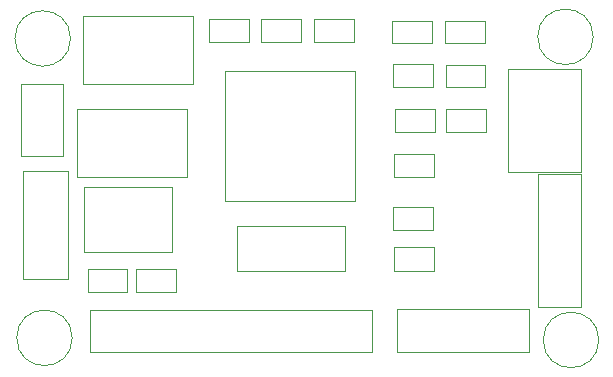
<source format=gbr>
%TF.GenerationSoftware,KiCad,Pcbnew,9.0.0*%
%TF.CreationDate,2025-06-05T18:29:18+05:30*%
%TF.ProjectId,MCU datalogger,4d435520-6461-4746-916c-6f676765722e,1*%
%TF.SameCoordinates,Original*%
%TF.FileFunction,Other,User*%
%FSLAX46Y46*%
G04 Gerber Fmt 4.6, Leading zero omitted, Abs format (unit mm)*
G04 Created by KiCad (PCBNEW 9.0.0) date 2025-06-05 18:29:18*
%MOMM*%
%LPD*%
G01*
G04 APERTURE LIST*
%ADD10C,0.050000*%
G04 APERTURE END LIST*
D10*
%TO.C,BT1*%
X63986000Y-92764200D02*
X63986000Y-98914200D01*
X63986000Y-98914200D02*
X67586000Y-98914200D01*
X67586000Y-92764200D02*
X63986000Y-92764200D01*
X67586000Y-98914200D02*
X67586000Y-92764200D01*
%TO.C,R4*%
X95658500Y-94935000D02*
X99018500Y-94935000D01*
X95658500Y-96835000D02*
X95658500Y-94935000D01*
X99018500Y-94935000D02*
X99018500Y-96835000D01*
X99018500Y-96835000D02*
X95658500Y-96835000D01*
%TO.C,R3*%
X95578500Y-98745000D02*
X98938500Y-98745000D01*
X95578500Y-100645000D02*
X95578500Y-98745000D01*
X98938500Y-98745000D02*
X98938500Y-100645000D01*
X98938500Y-100645000D02*
X95578500Y-100645000D01*
%TO.C,H2*%
X68186800Y-88925400D02*
G75*
G02*
X63486800Y-88925400I-2350000J0D01*
G01*
X63486800Y-88925400D02*
G75*
G02*
X68186800Y-88925400I2350000J0D01*
G01*
%TO.C,J1*%
X107801000Y-100435000D02*
X107801000Y-111635000D01*
X107801000Y-111635000D02*
X111401000Y-111635000D01*
X111401000Y-100435000D02*
X107801000Y-100435000D01*
X111401000Y-111635000D02*
X111401000Y-100435000D01*
%TO.C,J4*%
X105261000Y-91545000D02*
X105261000Y-100195000D01*
X105261000Y-100195000D02*
X111411000Y-100195000D01*
X111411000Y-91545000D02*
X105261000Y-91545000D01*
X111411000Y-100195000D02*
X111411000Y-91545000D01*
%TO.C,D2*%
X95426500Y-87442000D02*
X98786500Y-87442000D01*
X95426500Y-89342000D02*
X95426500Y-87442000D01*
X98786500Y-87442000D02*
X98786500Y-89342000D01*
X98786500Y-89342000D02*
X95426500Y-89342000D01*
%TO.C,C1*%
X79900000Y-87285000D02*
X83300000Y-87285000D01*
X79900000Y-89245000D02*
X79900000Y-87285000D01*
X83300000Y-87285000D02*
X83300000Y-89245000D01*
X83300000Y-89245000D02*
X79900000Y-89245000D01*
%TO.C,Y1*%
X82268000Y-104780000D02*
X82268000Y-108580000D01*
X82268000Y-108580000D02*
X91468000Y-108580000D01*
X91468000Y-104780000D02*
X82268000Y-104780000D01*
X91468000Y-108580000D02*
X91468000Y-104780000D01*
%TO.C,R5*%
X99950000Y-91170000D02*
X103310000Y-91170000D01*
X99950000Y-93070000D02*
X99950000Y-91170000D01*
X103310000Y-91170000D02*
X103310000Y-93070000D01*
X103310000Y-93070000D02*
X99950000Y-93070000D01*
%TO.C,H3*%
X112450000Y-88790000D02*
G75*
G02*
X107750000Y-88790000I-2350000J0D01*
G01*
X107750000Y-88790000D02*
G75*
G02*
X112450000Y-88790000I2350000J0D01*
G01*
%TO.C,D1*%
X99920000Y-87442000D02*
X103280000Y-87442000D01*
X99920000Y-89342000D02*
X99920000Y-87442000D01*
X103280000Y-87442000D02*
X103280000Y-89342000D01*
X103280000Y-89342000D02*
X99920000Y-89342000D01*
%TO.C,J2*%
X95847600Y-111839600D02*
X95847600Y-115439600D01*
X95847600Y-115439600D02*
X107047600Y-115439600D01*
X107047600Y-111839600D02*
X95847600Y-111839600D01*
X107047600Y-115439600D02*
X107047600Y-111839600D01*
%TO.C,C3*%
X84340000Y-87285000D02*
X87740000Y-87285000D01*
X84340000Y-89245000D02*
X84340000Y-87285000D01*
X87740000Y-87285000D02*
X87740000Y-89245000D01*
X87740000Y-89245000D02*
X84340000Y-89245000D01*
%TO.C,C5*%
X88790000Y-87285000D02*
X92190000Y-87285000D01*
X88790000Y-89245000D02*
X88790000Y-87285000D01*
X92190000Y-87285000D02*
X92190000Y-89245000D01*
X92190000Y-89245000D02*
X88790000Y-89245000D01*
%TO.C,U1*%
X68718097Y-94890000D02*
X68718097Y-100690000D01*
X68718097Y-100690000D02*
X78018097Y-100690000D01*
X78018097Y-94890000D02*
X68718097Y-94890000D01*
X78018097Y-100690000D02*
X78018097Y-94890000D01*
%TO.C,H1*%
X68339200Y-114274600D02*
G75*
G02*
X63639200Y-114274600I-2350000J0D01*
G01*
X63639200Y-114274600D02*
G75*
G02*
X68339200Y-114274600I2350000J0D01*
G01*
%TO.C,R7*%
X95498500Y-91125000D02*
X98858500Y-91125000D01*
X95498500Y-93025000D02*
X95498500Y-91125000D01*
X98858500Y-91125000D02*
X98858500Y-93025000D01*
X98858500Y-93025000D02*
X95498500Y-93025000D01*
%TO.C,Y2*%
X64140000Y-100108000D02*
X64140000Y-109308000D01*
X64140000Y-109308000D02*
X67940000Y-109308000D01*
X67940000Y-100108000D02*
X64140000Y-100108000D01*
X67940000Y-109308000D02*
X67940000Y-100108000D01*
%TO.C,U2*%
X69226097Y-87016000D02*
X69226097Y-92816000D01*
X69226097Y-92816000D02*
X78526097Y-92816000D01*
X78526097Y-87016000D02*
X69226097Y-87016000D01*
X78526097Y-92816000D02*
X78526097Y-87016000D01*
%TO.C,R2*%
X73741500Y-108460500D02*
X77101500Y-108460500D01*
X73741500Y-110360500D02*
X73741500Y-108460500D01*
X77101500Y-108460500D02*
X77101500Y-110360500D01*
X77101500Y-110360500D02*
X73741500Y-110360500D01*
%TO.C,J3*%
X69828000Y-111890400D02*
X69828000Y-115490400D01*
X69828000Y-115490400D02*
X93728000Y-115490400D01*
X93728000Y-111890400D02*
X69828000Y-111890400D01*
X93728000Y-115490400D02*
X93728000Y-111890400D01*
%TO.C,C4*%
X95582000Y-106614400D02*
X98982000Y-106614400D01*
X95582000Y-108574400D02*
X95582000Y-106614400D01*
X98982000Y-106614400D02*
X98982000Y-108574400D01*
X98982000Y-108574400D02*
X95582000Y-108574400D01*
%TO.C,U4*%
X81314000Y-91716371D02*
X81314000Y-102716371D01*
X81314000Y-102716371D02*
X92314000Y-102716371D01*
X92314000Y-91716371D02*
X81314000Y-91716371D01*
X92314000Y-102716371D02*
X92314000Y-91716371D01*
%TO.C,U3*%
X69377000Y-101517000D02*
X69377000Y-107017000D01*
X69377000Y-101517000D02*
X76797000Y-101517000D01*
X69377000Y-107017000D02*
X76797000Y-107017000D01*
X76797000Y-101517000D02*
X76797000Y-107017000D01*
%TO.C,R1*%
X69654000Y-108460500D02*
X73014000Y-108460500D01*
X69654000Y-110360500D02*
X69654000Y-108460500D01*
X73014000Y-108460500D02*
X73014000Y-110360500D01*
X73014000Y-110360500D02*
X69654000Y-110360500D01*
%TO.C,R6*%
X100023500Y-94935000D02*
X103383500Y-94935000D01*
X100023500Y-96835000D02*
X100023500Y-94935000D01*
X103383500Y-94935000D02*
X103383500Y-96835000D01*
X103383500Y-96835000D02*
X100023500Y-96835000D01*
%TO.C,C2*%
X95516000Y-103160000D02*
X98916000Y-103160000D01*
X95516000Y-105120000D02*
X95516000Y-103160000D01*
X98916000Y-103160000D02*
X98916000Y-105120000D01*
X98916000Y-105120000D02*
X95516000Y-105120000D01*
%TO.C,H4*%
X112916200Y-114452400D02*
G75*
G02*
X108216200Y-114452400I-2350000J0D01*
G01*
X108216200Y-114452400D02*
G75*
G02*
X112916200Y-114452400I2350000J0D01*
G01*
%TD*%
M02*

</source>
